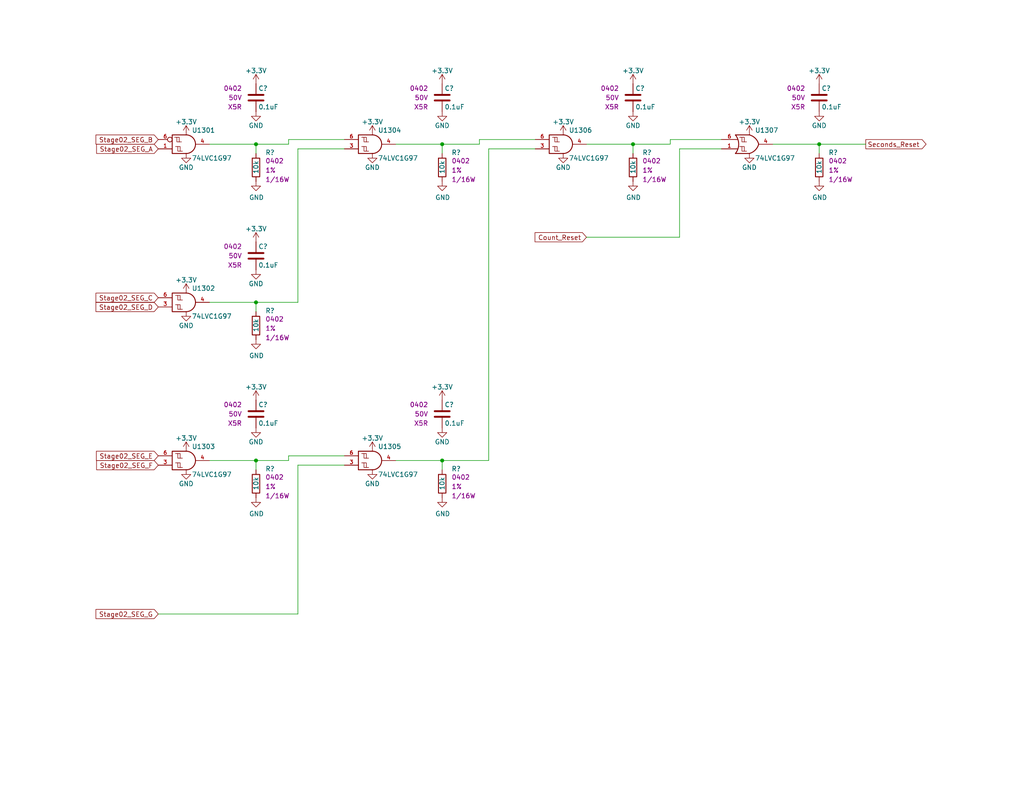
<source format=kicad_sch>
(kicad_sch (version 20230121) (generator eeschema)
  (paper "A")
  (title_block (title "Stopwatch") (date "2024-01-11") (rev "A") (company "Drew Maatman"))
  (lib_symbols
    (symbol "Custom Library:74LVC1G97_Power_AND" (pin_names (offset 1.016) hide)
      (property "Reference" "U" (at 1.524 3.81 0))
      (property "Value" "74LVC1G97_Power_AND" (at 1.524 -3.81 0))
      (symbol "74LVC1G97_Power_AND_1_1"
        (arc (start 0 -2.54) (mid 2.529 0) (end 0 2.54) (stroke (width 0.254)))
        (polyline (pts (xy -2.286 -0.635) (xy -1.651 -0.635) (xy -1.651 -1.905)))
        (polyline (pts (xy -2.286 1.905) (xy -1.651 1.905) (xy -1.651 0.635)))
        (polyline (pts (xy -2.921 -0.635) (xy -2.286 -0.635) (xy -2.286 -1.905) (xy -1.016 -1.905)))
        (polyline (pts (xy -2.921 1.905) (xy -2.286 1.905) (xy -2.286 0.635) (xy -1.016 0.635)))
        (polyline (pts (xy 0 -2.54) (xy -3.81 -2.54) (xy -3.81 2.54) (xy 0 2.54)) (stroke (width 0.254)))
        (pin power_in line (at 0 -2.54 270) (length 0) (name "GND") (number "1"))
        (pin power_in line (at 0 -2.54 270) (length 0) (name "GND") (number "2"))
        (pin input line (at -7.62 -1.27 0) (length 3.81) (name "~") (number "3"))
        (pin output line (at 6.35 0 180) (length 3.81) (name "~") (number "4"))
        (pin power_in line (at 0 2.54 90) (length 0) (name "VCC") (number "5"))
        (pin input line (at -7.62 1.27 0) (length 3.81) (name "~") (number "6"))
      )
    )
    (symbol "Custom Library:74LVC1G97_Power_AND_INV" (pin_names (offset 1.016) hide)
      (property "Reference" "U" (at 1.524 3.81 0))
      (property "Value" "74LVC1G97_Power_AND_INV" (at 1.524 -3.81 0))
      (symbol "74LVC1G97_Power_AND_INV_1_1"
        (arc (start 0 -2.54) (mid 2.529 0) (end 0 2.54) (stroke (width 0.254)))
        (polyline (pts (xy -2.54 1.905) (xy -1.905 1.905) (xy -1.905 0.635)))
        (polyline (pts (xy -2.286 -0.635) (xy -1.651 -0.635) (xy -1.651 -1.905)))
        (polyline (pts (xy -3.175 1.905) (xy -2.54 1.905) (xy -2.54 0.635) (xy -1.27 0.635)))
        (polyline (pts (xy -2.921 -0.635) (xy -2.286 -0.635) (xy -2.286 -1.905) (xy -1.016 -1.905)))
        (polyline (pts (xy 0 -2.54) (xy -3.81 -2.54) (xy -3.81 2.54) (xy 0 2.54)) (stroke (width 0.254)))
        (pin input line (at -7.62 -1.27 0) (length 3.81) (name "~") (number "1"))
        (pin power_in line (at 0 -2.54 270) (length 0) (name "GND") (number "2"))
        (pin power_in line (at 0 -2.54 270) (length 0) (name "GND") (number "3"))
        (pin output line (at 6.35 0 180) (length 3.81) (name "~") (number "4"))
        (pin power_in line (at 0 2.54 90) (length 0) (name "VCC") (number "5"))
        (pin input inverted (at -7.62 1.27 0) (length 3.81) (name "~") (number "6"))
      )
    )
    (symbol "Custom Library:74LVC1G97_Power_OR" (pin_names (offset 1.016) hide)
      (property "Reference" "U" (at 1.524 3.81 0))
      (property "Value" "74LVC1G97_Power_OR" (at 1.524 -3.81 0))
      (symbol "74LVC1G97_Power_OR_1_1"
        (arc (start -3.81 -2.54) (mid -2.919 0) (end -3.81 2.54) (stroke (width 0.254)))
        (arc (start 0 -2.54) (mid 1.5993 -1.6027) (end 2.54 0) (stroke (width 0.254)))
        (polyline (pts (xy 0 -2.54) (xy -3.81 -2.54)) (stroke (width 0.254)) (fill (type background)))
        (polyline (pts (xy 0 2.54) (xy -3.81 2.54)) (stroke (width 0.254)) (fill (type background)))
        (polyline (pts (xy -2.032 -0.635) (xy -1.397 -0.635) (xy -1.397 -1.905)))
        (polyline (pts (xy -2.032 1.905) (xy -1.397 1.905) (xy -1.397 0.635)))
        (polyline (pts (xy -2.667 -0.635) (xy -2.032 -0.635) (xy -2.032 -1.905) (xy -0.762 -1.905)))
        (polyline (pts (xy -2.667 1.905) (xy -2.032 1.905) (xy -2.032 0.635) (xy -0.762 0.635)))
        (arc (start 2.54 0) (mid 1.6119 1.6152) (end 0 2.54) (stroke (width 0.254)))
        (pin input line (at -7.62 -1.27 0) (length 4.318) (name "~") (number "1"))
        (pin power_in line (at 0 -2.54 270) (length 0) (name "GND") (number "2"))
        (pin power_in line (at 0 2.54 90) (length 0) (name "VCC") (number "3"))
        (pin output line (at 6.35 0 180) (length 3.81) (name "~") (number "4"))
        (pin power_in line (at 0 2.54 90) (length 0) (name "VCC") (number "5"))
        (pin input line (at -7.62 1.27 0) (length 4.318) (name "~") (number "6"))
      )
    )
    (symbol "Custom_Library:C_Custom" (pin_numbers hide) (pin_names (offset 0.254))
      (property "Reference" "C" (at 0.635 2.54 0))
      (property "Value" "C_Custom" (at 0.635 -2.54 0))
      (property "display_footprint" "Foot" (at -3.81 2.54 0))
      (property "Voltage" "V" (at -3.81 0 0))
      (property "Dielectric" "Er" (at -3.81 -2.54 0))
      (symbol "C_Custom_0_1"
        (polyline (pts (xy -2.032 -0.762) (xy 2.032 -0.762)) (stroke (width 0.508)))
        (polyline (pts (xy -2.032 0.762) (xy 2.032 0.762)) (stroke (width 0.508)))
      )
      (symbol "C_Custom_1_1"
        (pin passive line (at 0 3.81 270) (length 2.794) (name "~") (number "1"))
        (pin passive line (at 0 -3.81 90) (length 2.794) (name "~") (number "2"))
      )
    )
    (symbol "Custom_Library:R_Custom" (pin_numbers hide) (pin_names (offset 1.016) hide)
      (property "Reference" "R" (at -2.54 0 90))
      (property "Value" "R_Custom" (at 0 0 90))
      (property "display_footprint" "Foot" (at 2.54 0 90))
      (property "Tolerance" "Tol" (at 5.08 0 90))
      (property "Wattage" "W" (at 7.62 0 90))
      (symbol "R_Custom_0_1"
        (rectangle (start 1.016 2.54) (end -1.016 -2.54) (stroke (width 0.254)))
      )
      (symbol "R_Custom_1_1"
        (pin passive line (at 0 3.81 270) (length 1.27) (name "1") (number "1"))
        (pin passive line (at 0 -3.81 90) (length 1.27) (name "2") (number "2"))
      )
    )
    (symbol "power:+3.3V" (power) (pin_names (offset 0))
      (property "Value" "+3.3V" (at 0 3.556 0))
      (symbol "+3.3V_0_1"
        (polyline (pts (xy -0.762 1.27) (xy 0 2.54)))
        (polyline (pts (xy 0 0) (xy 0 2.54)))
        (polyline (pts (xy 0 2.54) (xy 0.762 1.27)))
      )
      (symbol "+3.3V_1_1"
        (pin power_in line (at 0 0 90) (length 0) hide (name "+3.3V") (number "1"))
      )
    )
    (symbol "power:GND" (power) (pin_names (offset 0))
      (property "Value" "GND" (at 0 -3.81 0))
      (symbol "GND_0_1"
        (polyline (pts (xy 0 0) (xy 0 -1.27) (xy 1.27 -1.27) (xy 0 -2.54) (xy -1.27 -1.27) (xy 0 -1.27)))
      )
      (symbol "GND_1_1"
        (pin power_in line (at 0 0 270) (length 0) hide (name "GND") (number "1"))
      )
    )
  )
  (junction (at 223.52 39.37))
  (junction (at 120.65 125.73))
  (junction (at 69.85 82.55))
  (junction (at 172.72 39.37))
  (junction (at 120.65 39.37))
  (junction (at 69.85 39.37))
  (junction (at 69.85 125.73))
  (wire (pts (xy 182.88 38.1) (xy 196.85 38.1)))
  (wire (pts (xy 185.42 40.64) (xy 196.85 40.64)))
  (wire (pts (xy 81.28 167.64) (xy 81.28 127)))
  (wire (pts (xy 160.02 64.77) (xy 185.42 64.77)))
  (wire (pts (xy 69.85 39.37) (xy 69.85 41.91)))
  (wire (pts (xy 223.52 39.37) (xy 236.22 39.37)))
  (wire (pts (xy 182.88 38.1) (xy 182.88 39.37)))
  (wire (pts (xy 69.85 39.37) (xy 78.74 39.37)))
  (wire (pts (xy 57.15 82.55) (xy 69.85 82.55)))
  (wire (pts (xy 78.74 39.37) (xy 78.74 38.1)))
  (wire (pts (xy 93.98 124.46) (xy 78.74 124.46)))
  (wire (pts (xy 107.95 125.73) (xy 120.65 125.73)))
  (wire (pts (xy 223.52 39.37) (xy 223.52 41.91)))
  (wire (pts (xy 120.65 39.37) (xy 130.81 39.37)))
  (wire (pts (xy 172.72 39.37) (xy 172.72 41.91)))
  (wire (pts (xy 133.35 125.73) (xy 120.65 125.73)))
  (wire (pts (xy 120.65 125.73) (xy 120.65 128.27)))
  (wire (pts (xy 210.82 39.37) (xy 223.52 39.37)))
  (wire (pts (xy 81.28 40.64) (xy 81.28 82.55)))
  (wire (pts (xy 130.81 39.37) (xy 130.81 38.1)))
  (wire (pts (xy 78.74 125.73) (xy 69.85 125.73)))
  (wire (pts (xy 69.85 125.73) (xy 69.85 128.27)))
  (wire (pts (xy 182.88 39.37) (xy 172.72 39.37)))
  (wire (pts (xy 107.95 39.37) (xy 120.65 39.37)))
  (wire (pts (xy 57.15 39.37) (xy 69.85 39.37)))
  (wire (pts (xy 78.74 124.46) (xy 78.74 125.73)))
  (wire (pts (xy 120.65 39.37) (xy 120.65 41.91)))
  (wire (pts (xy 81.28 82.55) (xy 69.85 82.55)))
  (wire (pts (xy 93.98 40.64) (xy 81.28 40.64)))
  (wire (pts (xy 160.02 39.37) (xy 172.72 39.37)))
  (wire (pts (xy 78.74 38.1) (xy 93.98 38.1)))
  (wire (pts (xy 185.42 64.77) (xy 185.42 40.64)))
  (wire (pts (xy 130.81 38.1) (xy 146.05 38.1)))
  (wire (pts (xy 43.18 167.64) (xy 81.28 167.64)))
  (wire (pts (xy 81.28 127) (xy 93.98 127)))
  (wire (pts (xy 133.35 40.64) (xy 133.35 125.73)))
  (wire (pts (xy 69.85 82.55) (xy 69.85 85.09)))
  (wire (pts (xy 146.05 40.64) (xy 133.35 40.64)))
  (wire (pts (xy 57.15 125.73) (xy 69.85 125.73)))
  (global_label "Stage02_SEG_E" (shape input) (at 43.18 124.46 180) (property "Intersheetrefs" "${INTERSHEET_REFS}" (effects hide)))
  (global_label "Count_Reset" (shape input) (at 160.02 64.77 180) (property "Intersheetrefs" "${INTERSHEET_REFS}" (effects hide)))
  (global_label "Seconds_Reset" (shape output) (at 236.22 39.37 0) (property "Intersheetrefs" "${INTERSHEET_REFS}" (effects hide)))
  (global_label "Stage02_SEG_A" (shape input) (at 43.18 40.64 180) (property "Intersheetrefs" "${INTERSHEET_REFS}" (effects hide)))
  (global_label "Stage02_SEG_D" (shape input) (at 43.18 83.82 180) (property "Intersheetrefs" "${INTERSHEET_REFS}" (effects hide)))
  (global_label "Stage02_SEG_F" (shape input) (at 43.18 127 180) (property "Intersheetrefs" "${INTERSHEET_REFS}" (effects hide)))
  (global_label "Stage02_SEG_G" (shape input) (at 43.18 167.64 180) (property "Intersheetrefs" "${INTERSHEET_REFS}" (effects hide)))
  (global_label "Stage02_SEG_C" (shape input) (at 43.18 81.28 180) (property "Intersheetrefs" "${INTERSHEET_REFS}" (effects hide)))
  (global_label "Stage02_SEG_B" (shape input) (at 43.18 38.1 180) (property "Intersheetrefs" "${INTERSHEET_REFS}" (effects hide)))
  (symbol (lib_id "Custom_Library:C_Custom") (at 172.72 26.67 0) (unit 1)
    (property "Reference" "C?" (at 173.355 24.13 0) (effects (justify left)))
    (property "Value" "0.1uF" (at 173.355 29.21 0) (effects (justify left)))
    (property "Footprint" "Capacitors_SMD:C_0402" (effects hide))
    (property "display_footprint" "0402" (at 168.91 24.13 0) (effects (justify right)))
    (property "Voltage" "50V" (at 168.91 26.67 0) (effects (justify right)))
    (property "Dielectric" "X5R" (at 168.91 29.21 0) (effects (justify right)))
    (property "Digi-Key PN" "490-10697-1-ND" (effects hide))
    (instances (project "Stopwatch" (path "" (reference "C?") (unit 1)) (path "" (reference "C?") (unit 1)) (path "" (reference "C?") (unit 1)) (path "" (reference "C1306") (unit 1))))
  )
  (symbol (lib_id "Custom_Library:R_Custom") (at 69.85 88.9 0) (unit 1)
    (property "Reference" "R?" (at 72.39 84.836 0) (effects (justify left)))
    (property "Value" "10k" (at 69.85 90.678 90) (effects (justify left)))
    (property "Footprint" "Resistors_SMD:R_0402" (effects hide))
    (property "display_footprint" "0402" (at 72.39 87.122 0) (effects (justify left)))
    (property "Tolerance" "1%" (at 72.39 89.662 0) (effects (justify left)))
    (property "Wattage" "1/16W" (at 72.39 92.202 0) (effects (justify left)))
    (property "Digi-Key PN" "RMCF0402FT10K0CT-ND" (effects hide))
    (instances (project "Stopwatch" (path "" (reference "R?") (unit 1)) (path "" (reference "R1302") (unit 1))))
  )
  (symbol (lib_id "power:GND") (at 120.65 135.89 0) (unit 1)
    (property "Reference" "#PWR?" (effects hide))
    (property "Value" "GND" (at 120.777 140.2842 0))
    (instances (project "Stopwatch" (path "" (reference "#PWR?") (unit 1)) (path "" (reference "#PWR01325") (unit 1))))
  )
  (symbol (lib_id "power:GND") (at 50.8 85.09 0) (unit 1)
    (property "Reference" "#PWR01304" (effects hide))
    (property "Value" "GND" (at 50.8 88.9 0))
  )
  (symbol (lib_id "Custom Library:74LVC1G97_Power_OR") (at 204.47 39.37 0) (unit 1)
    (property "Reference" "U1307" (at 205.994 35.56 0) (effects (justify left)))
    (property "Value" "74LVC1G97" (at 205.994 43.18 0) (effects (justify left)))
    (property "Footprint" "Package_SON:Fairchild_MicroPak2-6_1.0x1.0mm_P0.35mm" (effects hide))
    (property "Datasheet" "http://www.ti.com/lit/ds/symlink/sn74lvc1g97.pdf" (effects hide))
    (property "Digi-Key PN" "296-29875-1-ND" (effects hide))
  )
  (symbol (lib_id "power:+3.3V") (at 223.52 22.86 0) (unit 1)
    (property "Reference" "#PWR?" (effects hide))
    (property "Value" "+3.3V" (at 223.52 19.304 0))
    (instances (project "Stopwatch" (path "" (reference "#PWR?") (unit 1)) (path "" (reference "#PWR01333") (unit 1))))
  )
  (symbol (lib_id "Custom_Library:R_Custom") (at 120.65 45.72 0) (unit 1)
    (property "Reference" "R?" (at 123.19 41.656 0) (effects (justify left)))
    (property "Value" "10k" (at 120.65 47.498 90) (effects (justify left)))
    (property "Footprint" "Resistors_SMD:R_0402" (effects hide))
    (property "display_footprint" "0402" (at 123.19 43.942 0) (effects (justify left)))
    (property "Tolerance" "1%" (at 123.19 46.482 0) (effects (justify left)))
    (property "Wattage" "1/16W" (at 123.19 49.022 0) (effects (justify left)))
    (property "Digi-Key PN" "RMCF0402FT10K0CT-ND" (effects hide))
    (instances (project "Stopwatch" (path "" (reference "R?") (unit 1)) (path "" (reference "R1304") (unit 1))))
  )
  (symbol (lib_id "power:+3.3V") (at 69.85 66.04 0) (unit 1)
    (property "Reference" "#PWR?" (effects hide))
    (property "Value" "+3.3V" (at 69.85 62.484 0))
    (instances (project "Stopwatch" (path "" (reference "#PWR?") (unit 1)) (path "" (reference "#PWR01310") (unit 1))))
  )
  (symbol (lib_id "Custom_Library:C_Custom") (at 69.85 69.85 0) (unit 1)
    (property "Reference" "C?" (at 70.485 67.31 0) (effects (justify left)))
    (property "Value" "0.1uF" (at 70.485 72.39 0) (effects (justify left)))
    (property "Footprint" "Capacitors_SMD:C_0402" (effects hide))
    (property "display_footprint" "0402" (at 66.04 67.31 0) (effects (justify right)))
    (property "Voltage" "50V" (at 66.04 69.85 0) (effects (justify right)))
    (property "Dielectric" "X5R" (at 66.04 72.39 0) (effects (justify right)))
    (property "Digi-Key PN" "490-10697-1-ND" (effects hide))
    (instances (project "Stopwatch" (path "" (reference "C?") (unit 1)) (path "" (reference "C?") (unit 1)) (path "" (reference "C?") (unit 1)) (path "" (reference "C1302") (unit 1))))
  )
  (symbol (lib_id "power:GND") (at 120.65 49.53 0) (unit 1)
    (property "Reference" "#PWR?" (effects hide))
    (property "Value" "GND" (at 120.777 53.9242 0))
    (instances (project "Stopwatch" (path "" (reference "#PWR?") (unit 1)) (path "" (reference "#PWR01322") (unit 1))))
  )
  (symbol (lib_id "Custom_Library:C_Custom") (at 120.65 113.03 0) (unit 1)
    (property "Reference" "C?" (at 121.285 110.49 0) (effects (justify left)))
    (property "Value" "0.1uF" (at 121.285 115.57 0) (effects (justify left)))
    (property "Footprint" "Capacitors_SMD:C_0402" (effects hide))
    (property "display_footprint" "0402" (at 116.84 110.49 0) (effects (justify right)))
    (property "Voltage" "50V" (at 116.84 113.03 0) (effects (justify right)))
    (property "Dielectric" "X5R" (at 116.84 115.57 0) (effects (justify right)))
    (property "Digi-Key PN" "490-10697-1-ND" (effects hide))
    (instances (project "Stopwatch" (path "" (reference "C?") (unit 1)) (path "" (reference "C?") (unit 1)) (path "" (reference "C?") (unit 1)) (path "" (reference "C1305") (unit 1))))
  )
  (symbol (lib_id "power:GND") (at 101.6 41.91 0) (unit 1)
    (property "Reference" "#PWR01317" (effects hide))
    (property "Value" "GND" (at 101.6 45.72 0))
  )
  (symbol (lib_id "power:+3.3V") (at 50.8 80.01 0) (unit 1)
    (property "Reference" "#PWR01303" (effects hide))
    (property "Value" "+3.3V" (at 50.8 76.454 0))
  )
  (symbol (lib_id "Custom_Library:C_Custom") (at 69.85 113.03 0) (unit 1)
    (property "Reference" "C?" (at 70.485 110.49 0) (effects (justify left)))
    (property "Value" "0.1uF" (at 70.485 115.57 0) (effects (justify left)))
    (property "Footprint" "Capacitors_SMD:C_0402" (effects hide))
    (property "display_footprint" "0402" (at 66.04 110.49 0) (effects (justify right)))
    (property "Voltage" "50V" (at 66.04 113.03 0) (effects (justify right)))
    (property "Dielectric" "X5R" (at 66.04 115.57 0) (effects (justify right)))
    (property "Digi-Key PN" "490-10697-1-ND" (effects hide))
    (instances (project "Stopwatch" (path "" (reference "C?") (unit 1)) (path "" (reference "C?") (unit 1)) (path "" (reference "C?") (unit 1)) (path "" (reference "C1303") (unit 1))))
  )
  (symbol (lib_id "power:+3.3V") (at 101.6 123.19 0) (unit 1)
    (property "Reference" "#PWR01318" (effects hide))
    (property "Value" "+3.3V" (at 101.6 119.634 0))
  )
  (symbol (lib_id "power:GND") (at 69.85 92.71 0) (unit 1)
    (property "Reference" "#PWR?" (effects hide))
    (property "Value" "GND" (at 69.977 97.1042 0))
    (instances (project "Stopwatch" (path "" (reference "#PWR?") (unit 1)) (path "" (reference "#PWR01312") (unit 1))))
  )
  (symbol (lib_id "power:GND") (at 50.8 128.27 0) (unit 1)
    (property "Reference" "#PWR01306" (effects hide))
    (property "Value" "GND" (at 50.8 132.08 0))
  )
  (symbol (lib_id "power:GND") (at 69.85 135.89 0) (unit 1)
    (property "Reference" "#PWR?" (effects hide))
    (property "Value" "GND" (at 69.977 140.2842 0))
    (instances (project "Stopwatch" (path "" (reference "#PWR?") (unit 1)) (path "" (reference "#PWR01315") (unit 1))))
  )
  (symbol (lib_id "power:GND") (at 69.85 73.66 0) (unit 1)
    (property "Reference" "#PWR?" (effects hide))
    (property "Value" "GND" (at 69.85 77.47 0))
    (instances (project "Stopwatch" (path "" (reference "#PWR?") (unit 1)) (path "" (reference "#PWR01311") (unit 1))))
  )
  (symbol (lib_id "Custom Library:74LVC1G97_Power_AND") (at 153.67 39.37 0) (unit 1)
    (property "Reference" "U1306" (at 155.194 35.56 0) (effects (justify left)))
    (property "Value" "74LVC1G97" (at 155.194 43.18 0) (effects (justify left)))
    (property "Footprint" "Package_SON:Fairchild_MicroPak2-6_1.0x1.0mm_P0.35mm" (effects hide))
    (property "Datasheet" "http://www.ti.com/lit/ds/symlink/sn74lvc1g97.pdf" (effects hide))
    (property "Digi-Key PN" "296-29875-1-ND" (effects hide))
  )
  (symbol (lib_id "power:GND") (at 223.52 49.53 0) (unit 1)
    (property "Reference" "#PWR?" (effects hide))
    (property "Value" "GND" (at 223.647 53.9242 0))
    (instances (project "Stopwatch" (path "" (reference "#PWR?") (unit 1)) (path "" (reference "#PWR01335") (unit 1))))
  )
  (symbol (lib_id "Custom_Library:C_Custom") (at 120.65 26.67 0) (unit 1)
    (property "Reference" "C?" (at 121.285 24.13 0) (effects (justify left)))
    (property "Value" "0.1uF" (at 121.285 29.21 0) (effects (justify left)))
    (property "Footprint" "Capacitors_SMD:C_0402" (effects hide))
    (property "display_footprint" "0402" (at 116.84 24.13 0) (effects (justify right)))
    (property "Voltage" "50V" (at 116.84 26.67 0) (effects (justify right)))
    (property "Dielectric" "X5R" (at 116.84 29.21 0) (effects (justify right)))
    (property "Digi-Key PN" "490-10697-1-ND" (effects hide))
    (instances (project "Stopwatch" (path "" (reference "C?") (unit 1)) (path "" (reference "C?") (unit 1)) (path "" (reference "C?") (unit 1)) (path "" (reference "C1304") (unit 1))))
  )
  (symbol (lib_id "power:+3.3V") (at 69.85 109.22 0) (unit 1)
    (property "Reference" "#PWR?" (effects hide))
    (property "Value" "+3.3V" (at 69.85 105.664 0))
    (instances (project "Stopwatch" (path "" (reference "#PWR?") (unit 1)) (path "" (reference "#PWR01313") (unit 1))))
  )
  (symbol (lib_id "power:+3.3V") (at 204.47 36.83 0) (unit 1)
    (property "Reference" "#PWR01331" (effects hide))
    (property "Value" "+3.3V" (at 204.47 33.274 0))
  )
  (symbol (lib_id "Custom_Library:C_Custom") (at 69.85 26.67 0) (unit 1)
    (property "Reference" "C?" (at 70.485 24.13 0) (effects (justify left)))
    (property "Value" "0.1uF" (at 70.485 29.21 0) (effects (justify left)))
    (property "Footprint" "Capacitors_SMD:C_0402" (effects hide))
    (property "display_footprint" "0402" (at 66.04 24.13 0) (effects (justify right)))
    (property "Voltage" "50V" (at 66.04 26.67 0) (effects (justify right)))
    (property "Dielectric" "X5R" (at 66.04 29.21 0) (effects (justify right)))
    (property "Digi-Key PN" "490-10697-1-ND" (effects hide))
    (instances (project "Stopwatch" (path "" (reference "C?") (unit 1)) (path "" (reference "C?") (unit 1)) (path "" (reference "C?") (unit 1)) (path "" (reference "C1301") (unit 1))))
  )
  (symbol (lib_id "Custom Library:74LVC1G97_Power_AND") (at 50.8 82.55 0) (unit 1)
    (property "Reference" "U1302" (at 52.324 78.74 0) (effects (justify left)))
    (property "Value" "74LVC1G97" (at 52.324 86.36 0) (effects (justify left)))
    (property "Footprint" "Package_SON:Fairchild_MicroPak2-6_1.0x1.0mm_P0.35mm" (effects hide))
    (property "Datasheet" "http://www.ti.com/lit/ds/symlink/sn74lvc1g97.pdf" (effects hide))
    (property "Digi-Key PN" "296-29875-1-ND" (effects hide))
  )
  (symbol (lib_id "power:GND") (at 120.65 116.84 0) (unit 1)
    (property "Reference" "#PWR?" (effects hide))
    (property "Value" "GND" (at 120.65 120.65 0))
    (instances (project "Stopwatch" (path "" (reference "#PWR?") (unit 1)) (path "" (reference "#PWR01324") (unit 1))))
  )
  (symbol (lib_id "power:+3.3V") (at 153.67 36.83 0) (unit 1)
    (property "Reference" "#PWR01326" (effects hide))
    (property "Value" "+3.3V" (at 153.67 33.274 0))
  )
  (symbol (lib_id "Custom_Library:C_Custom") (at 223.52 26.67 0) (unit 1)
    (property "Reference" "C?" (at 224.155 24.13 0) (effects (justify left)))
    (property "Value" "0.1uF" (at 224.155 29.21 0) (effects (justify left)))
    (property "Footprint" "Capacitors_SMD:C_0402" (effects hide))
    (property "display_footprint" "0402" (at 219.71 24.13 0) (effects (justify right)))
    (property "Voltage" "50V" (at 219.71 26.67 0) (effects (justify right)))
    (property "Dielectric" "X5R" (at 219.71 29.21 0) (effects (justify right)))
    (property "Digi-Key PN" "490-10697-1-ND" (effects hide))
    (instances (project "Stopwatch" (path "" (reference "C?") (unit 1)) (path "" (reference "C?") (unit 1)) (path "" (reference "C?") (unit 1)) (path "" (reference "C1307") (unit 1))))
  )
  (symbol (lib_id "power:+3.3V") (at 50.8 36.83 0) (unit 1)
    (property "Reference" "#PWR01301" (effects hide))
    (property "Value" "+3.3V" (at 50.8 33.274 0))
  )
  (symbol (lib_id "power:GND") (at 153.67 41.91 0) (unit 1)
    (property "Reference" "#PWR01327" (effects hide))
    (property "Value" "GND" (at 153.67 45.72 0))
  )
  (symbol (lib_id "power:GND") (at 69.85 30.48 0) (unit 1)
    (property "Reference" "#PWR?" (effects hide))
    (property "Value" "GND" (at 69.85 34.29 0))
    (instances (project "Stopwatch" (path "" (reference "#PWR?") (unit 1)) (path "" (reference "#PWR01308") (unit 1))))
  )
  (symbol (lib_id "power:+3.3V") (at 172.72 22.86 0) (unit 1)
    (property "Reference" "#PWR?" (effects hide))
    (property "Value" "+3.3V" (at 172.72 19.304 0))
    (instances (project "Stopwatch" (path "" (reference "#PWR?") (unit 1)) (path "" (reference "#PWR01328") (unit 1))))
  )
  (symbol (lib_id "power:GND") (at 223.52 30.48 0) (unit 1)
    (property "Reference" "#PWR?" (effects hide))
    (property "Value" "GND" (at 223.52 34.29 0))
    (instances (project "Stopwatch" (path "" (reference "#PWR?") (unit 1)) (path "" (reference "#PWR01334") (unit 1))))
  )
  (symbol (lib_id "power:GND") (at 120.65 30.48 0) (unit 1)
    (property "Reference" "#PWR?" (effects hide))
    (property "Value" "GND" (at 120.65 34.29 0))
    (instances (project "Stopwatch" (path "" (reference "#PWR?") (unit 1)) (path "" (reference "#PWR01321") (unit 1))))
  )
  (symbol (lib_id "power:GND") (at 204.47 41.91 0) (unit 1)
    (property "Reference" "#PWR01332" (effects hide))
    (property "Value" "GND" (at 204.47 45.72 0))
  )
  (symbol (lib_id "Custom Library:74LVC1G97_Power_AND") (at 50.8 125.73 0) (unit 1)
    (property "Reference" "U1303" (at 52.324 121.92 0) (effects (justify left)))
    (property "Value" "74LVC1G97" (at 52.324 129.54 0) (effects (justify left)))
    (property "Footprint" "Package_SON:Fairchild_MicroPak2-6_1.0x1.0mm_P0.35mm" (effects hide))
    (property "Datasheet" "http://www.ti.com/lit/ds/symlink/sn74lvc1g97.pdf" (effects hide))
    (property "Digi-Key PN" "296-29875-1-ND" (effects hide))
  )
  (symbol (lib_id "Custom Library:74LVC1G97_Power_AND_INV") (at 50.8 39.37 0) (unit 1)
    (property "Reference" "U1301" (at 52.324 35.56 0) (effects (justify left)))
    (property "Value" "74LVC1G97" (at 52.324 43.18 0) (effects (justify left)))
    (property "Footprint" "Package_SON:Fairchild_MicroPak2-6_1.0x1.0mm_P0.35mm" (effects hide))
    (property "Datasheet" "http://www.ti.com/lit/ds/symlink/sn74lvc1g97.pdf" (effects hide))
    (property "Digi-Key PN" "296-29875-1-ND" (effects hide))
  )
  (symbol (lib_id "power:GND") (at 69.85 116.84 0) (unit 1)
    (property "Reference" "#PWR?" (effects hide))
    (property "Value" "GND" (at 69.85 120.65 0))
    (instances (project "Stopwatch" (path "" (reference "#PWR?") (unit 1)) (path "" (reference "#PWR01314") (unit 1))))
  )
  (symbol (lib_id "power:+3.3V") (at 101.6 36.83 0) (unit 1)
    (property "Reference" "#PWR01316" (effects hide))
    (property "Value" "+3.3V" (at 101.6 33.274 0))
  )
  (symbol (lib_id "power:+3.3V") (at 50.8 123.19 0) (unit 1)
    (property "Reference" "#PWR01305" (effects hide))
    (property "Value" "+3.3V" (at 50.8 119.634 0))
  )
  (symbol (lib_id "power:GND") (at 172.72 49.53 0) (unit 1)
    (property "Reference" "#PWR?" (effects hide))
    (property "Value" "GND" (at 172.847 53.9242 0))
    (instances (project "Stopwatch" (path "" (reference "#PWR?") (unit 1)) (path "" (reference "#PWR01330") (unit 1))))
  )
  (symbol (lib_id "power:GND") (at 172.72 30.48 0) (unit 1)
    (property "Reference" "#PWR?" (effects hide))
    (property "Value" "GND" (at 172.72 34.29 0))
    (instances (project "Stopwatch" (path "" (reference "#PWR?") (unit 1)) (path "" (reference "#PWR01329") (unit 1))))
  )
  (symbol (lib_id "Custom_Library:R_Custom") (at 69.85 45.72 0) (unit 1)
    (property "Reference" "R?" (at 72.39 41.656 0) (effects (justify left)))
    (property "Value" "10k" (at 69.85 47.498 90) (effects (justify left)))
    (property "Footprint" "Resistors_SMD:R_0402" (effects hide))
    (property "display_footprint" "0402" (at 72.39 43.942 0) (effects (justify left)))
    (property "Tolerance" "1%" (at 72.39 46.482 0) (effects (justify left)))
    (property "Wattage" "1/16W" (at 72.39 49.022 0) (effects (justify left)))
    (property "Digi-Key PN" "RMCF0402FT10K0CT-ND" (effects hide))
    (instances (project "Stopwatch" (path "" (reference "R?") (unit 1)) (path "" (reference "R1301") (unit 1))))
  )
  (symbol (lib_id "power:+3.3V") (at 120.65 22.86 0) (unit 1)
    (property "Reference" "#PWR?" (effects hide))
    (property "Value" "+3.3V" (at 120.65 19.304 0))
    (instances (project "Stopwatch" (path "" (reference "#PWR?") (unit 1)) (path "" (reference "#PWR01320") (unit 1))))
  )
  (symbol (lib_id "Custom_Library:R_Custom") (at 223.52 45.72 0) (unit 1)
    (property "Reference" "R?" (at 226.06 41.656 0) (effects (justify left)))
    (property "Value" "10k" (at 223.52 47.498 90) (effects (justify left)))
    (property "Footprint" "Resistors_SMD:R_0402" (effects hide))
    (property "display_footprint" "0402" (at 226.06 43.942 0) (effects (justify left)))
    (property "Tolerance" "1%" (at 226.06 46.482 0) (effects (justify left)))
    (property "Wattage" "1/16W" (at 226.06 49.022 0) (effects (justify left)))
    (property "Digi-Key PN" "RMCF0402FT10K0CT-ND" (effects hide))
    (instances (project "Stopwatch" (path "" (reference "R?") (unit 1)) (path "" (reference "R1307") (unit 1))))
  )
  (symbol (lib_id "Custom_Library:R_Custom") (at 120.65 132.08 0) (unit 1)
    (property "Reference" "R?" (at 123.19 128.016 0) (effects (justify left)))
    (property "Value" "10k" (at 120.65 133.858 90) (effects (justify left)))
    (property "Footprint" "Resistors_SMD:R_0402" (effects hide))
    (property "display_footprint" "0402" (at 123.19 130.302 0) (effects (justify left)))
    (property "Tolerance" "1%" (at 123.19 132.842 0) (effects (justify left)))
    (property "Wattage" "1/16W" (at 123.19 135.382 0) (effects (justify left)))
    (property "Digi-Key PN" "RMCF0402FT10K0CT-ND" (effects hide))
    (instances (project "Stopwatch" (path "" (reference "R?") (unit 1)) (path "" (reference "R1305") (unit 1))))
  )
  (symbol (lib_id "power:GND") (at 50.8 41.91 0) (unit 1)
    (property "Reference" "#PWR01302" (effects hide))
    (property "Value" "GND" (at 50.8 45.72 0))
  )
  (symbol (lib_id "Custom_Library:R_Custom") (at 172.72 45.72 0) (unit 1)
    (property "Reference" "R?" (at 175.26 41.656 0) (effects (justify left)))
    (property "Value" "10k" (at 172.72 47.498 90) (effects (justify left)))
    (property "Footprint" "Resistors_SMD:R_0402" (effects hide))
    (property "display_footprint" "0402" (at 175.26 43.942 0) (effects (justify left)))
    (property "Tolerance" "1%" (at 175.26 46.482 0) (effects (justify left)))
    (property "Wattage" "1/16W" (at 175.26 49.022 0) (effects (justify left)))
    (property "Digi-Key PN" "RMCF0402FT10K0CT-ND" (effects hide))
    (instances (project "Stopwatch" (path "" (reference "R?") (unit 1)) (path "" (reference "R1306") (unit 1))))
  )
  (symbol (lib_id "power:+3.3V") (at 120.65 109.22 0) (unit 1)
    (property "Reference" "#PWR?" (effects hide))
    (property "Value" "+3.3V" (at 120.65 105.664 0))
    (instances (project "Stopwatch" (path "" (reference "#PWR?") (unit 1)) (path "" (reference "#PWR01323") (unit 1))))
  )
  (symbol (lib_id "power:GND") (at 69.85 49.53 0) (unit 1)
    (property "Reference" "#PWR?" (effects hide))
    (property "Value" "GND" (at 69.977 53.9242 0))
    (instances (project "Stopwatch" (path "" (reference "#PWR?") (unit 1)) (path "" (reference "#PWR01309") (unit 1))))
  )
  (symbol (lib_id "Custom Library:74LVC1G97_Power_AND") (at 101.6 39.37 0) (unit 1)
    (property "Reference" "U1304" (at 103.124 35.56 0) (effects (justify left)))
    (property "Value" "74LVC1G97" (at 103.124 43.18 0) (effects (justify left)))
    (property "Footprint" "Package_SON:Fairchild_MicroPak2-6_1.0x1.0mm_P0.35mm" (effects hide))
    (property "Datasheet" "http://www.ti.com/lit/ds/symlink/sn74lvc1g97.pdf" (effects hide))
    (property "Digi-Key PN" "296-29875-1-ND" (effects hide))
  )
  (symbol (lib_id "Custom Library:74LVC1G97_Power_AND") (at 101.6 125.73 0) (unit 1)
    (property "Reference" "U1305" (at 103.124 121.92 0) (effects (justify left)))
    (property "Value" "74LVC1G97" (at 103.124 129.54 0) (effects (justify left)))
    (property "Footprint" "Package_SON:Fairchild_MicroPak2-6_1.0x1.0mm_P0.35mm" (effects hide))
    (property "Datasheet" "http://www.ti.com/lit/ds/symlink/sn74lvc1g97.pdf" (effects hide))
    (property "Digi-Key PN" "296-29875-1-ND" (effects hide))
  )
  (symbol (lib_id "power:GND") (at 101.6 128.27 0) (unit 1)
    (property "Reference" "#PWR01319" (effects hide))
    (property "Value" "GND" (at 101.6 132.08 0))
  )
  (symbol (lib_id "power:+3.3V") (at 69.85 22.86 0) (unit 1)
    (property "Reference" "#PWR?" (effects hide))
    (property "Value" "+3.3V" (at 69.85 19.304 0))
    (instances (project "Stopwatch" (path "" (reference "#PWR?") (unit 1)) (path "" (reference "#PWR01307") (unit 1))))
  )
  (symbol (lib_id "Custom_Library:R_Custom") (at 69.85 132.08 0) (unit 1)
    (property "Reference" "R?" (at 72.39 128.016 0) (effects (justify left)))
    (property "Value" "10k" (at 69.85 133.858 90) (effects (justify left)))
    (property "Footprint" "Resistors_SMD:R_0402" (effects hide))
    (property "display_footprint" "0402" (at 72.39 130.302 0) (effects (justify left)))
    (property "Tolerance" "1%" (at 72.39 132.842 0) (effects (justify left)))
    (property "Wattage" "1/16W" (at 72.39 135.382 0) (effects (justify left)))
    (property "Digi-Key PN" "RMCF0402FT10K0CT-ND" (effects hide))
    (instances (project "Stopwatch" (path "" (reference "R?") (unit 1)) (path "" (reference "R1303") (unit 1))))
  )
)
</source>
